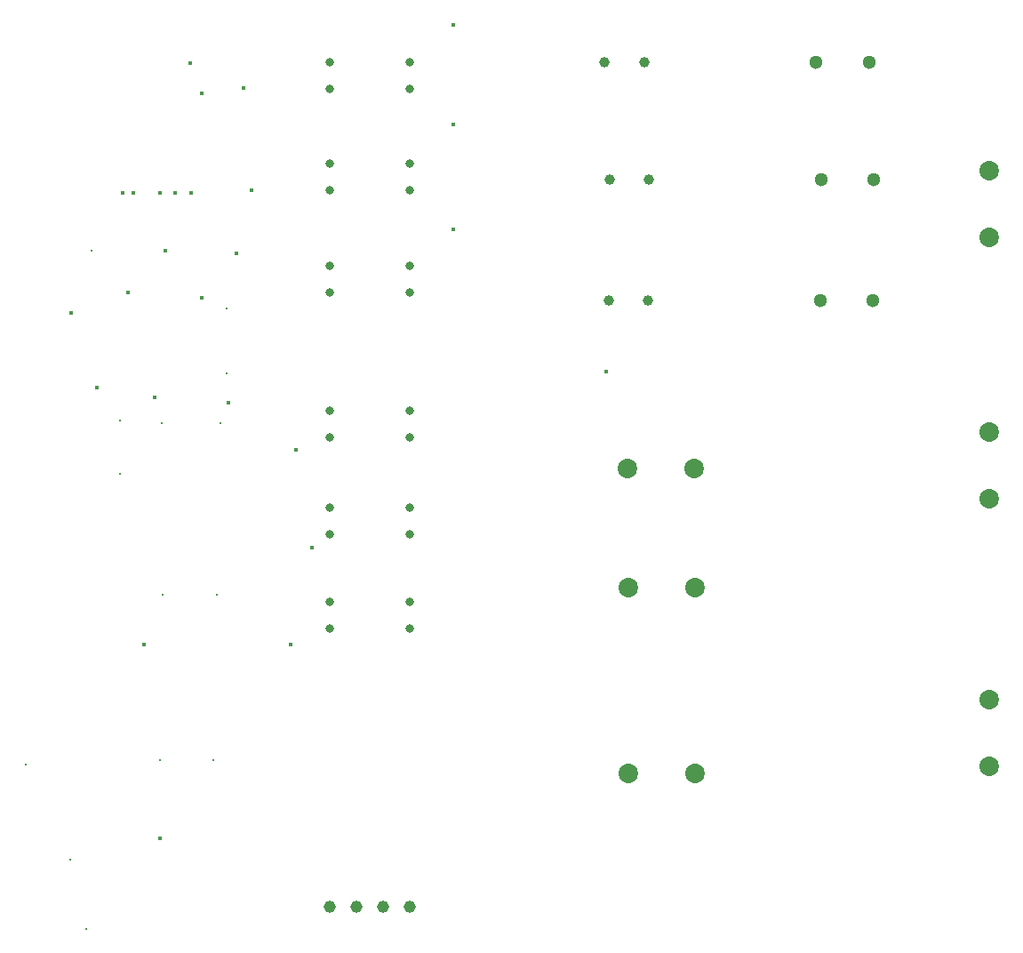
<source format=gbr>
%TF.GenerationSoftware,KiCad,Pcbnew,9.0.0*%
%TF.CreationDate,2025-04-14T20:03:46-05:00*%
%TF.ProjectId,Fault Latch 2,4661756c-7420-44c6-9174-636820322e6b,rev?*%
%TF.SameCoordinates,Original*%
%TF.FileFunction,Plated,1,2,PTH,Drill*%
%TF.FilePolarity,Positive*%
%FSLAX46Y46*%
G04 Gerber Fmt 4.6, Leading zero omitted, Abs format (unit mm)*
G04 Created by KiCad (PCBNEW 9.0.0) date 2025-04-14 20:03:46*
%MOMM*%
%LPD*%
G01*
G04 APERTURE LIST*
%TA.AperFunction,ViaDrill*%
%ADD10C,0.300000*%
%TD*%
%TA.AperFunction,ViaDrill*%
%ADD11C,0.400000*%
%TD*%
%TA.AperFunction,ComponentDrill*%
%ADD12C,0.800000*%
%TD*%
%TA.AperFunction,ComponentDrill*%
%ADD13C,1.000000*%
%TD*%
%TA.AperFunction,ComponentDrill*%
%ADD14C,1.150000*%
%TD*%
%TA.AperFunction,ComponentDrill*%
%ADD15C,1.300000*%
%TD*%
%TA.AperFunction,ComponentDrill*%
%ADD16C,1.860000*%
%TD*%
G04 APERTURE END LIST*
D10*
X77750000Y-126925000D03*
X81950000Y-136000000D03*
X83525000Y-142575000D03*
X84000000Y-78000000D03*
X86750000Y-94150000D03*
X86750000Y-99250000D03*
X90500000Y-126525000D03*
X90725000Y-94400000D03*
X90775000Y-110750000D03*
X95600000Y-126525000D03*
X95975000Y-110750000D03*
X96275000Y-94400000D03*
X96850000Y-83525000D03*
X96850000Y-89700000D03*
D11*
X82035000Y-83965000D03*
X84500000Y-91000000D03*
X87000000Y-72500000D03*
X87500000Y-82000000D03*
X88000000Y-72500000D03*
X89000000Y-115500000D03*
X90000000Y-92000000D03*
X90500000Y-72500000D03*
X90500000Y-134000000D03*
X91000000Y-78000000D03*
X92000000Y-72500000D03*
X93405000Y-60095000D03*
X93500000Y-72500000D03*
X94500000Y-63000000D03*
X94500000Y-82500000D03*
X97000000Y-92500000D03*
X97780000Y-78260000D03*
X98450000Y-62500000D03*
X99275000Y-72225000D03*
X103000000Y-115500000D03*
X103500000Y-97000000D03*
X105000000Y-106250000D03*
X118500000Y-56500000D03*
X118500000Y-66000000D03*
X118500000Y-76000000D03*
X133000000Y-89500000D03*
D12*
%TO.C,U114*%
X106685000Y-93210000D03*
X106685000Y-95750000D03*
%TO.C,U116*%
X106685000Y-102485000D03*
X106685000Y-105025000D03*
%TO.C,U115*%
X106685000Y-111485000D03*
X106685000Y-114025000D03*
%TO.C,U107*%
X106695000Y-60075000D03*
X106695000Y-62615000D03*
%TO.C,U108*%
X106695000Y-69675000D03*
X106695000Y-72215000D03*
%TO.C,U109*%
X106695000Y-79475000D03*
X106695000Y-82015000D03*
%TO.C,U114*%
X114305000Y-93210000D03*
X114305000Y-95750000D03*
%TO.C,U116*%
X114305000Y-102485000D03*
X114305000Y-105025000D03*
%TO.C,U115*%
X114305000Y-111485000D03*
X114305000Y-114025000D03*
%TO.C,U107*%
X114315000Y-60075000D03*
X114315000Y-62615000D03*
%TO.C,U108*%
X114315000Y-69675000D03*
X114315000Y-72215000D03*
%TO.C,U109*%
X114315000Y-79475000D03*
X114315000Y-82015000D03*
D13*
%TO.C,K101*%
X132872500Y-60047500D03*
%TO.C,K103*%
X133240000Y-82750000D03*
%TO.C,K102*%
X133340000Y-71250000D03*
%TO.C,K101*%
X136652500Y-60047500D03*
%TO.C,K103*%
X137020000Y-82750000D03*
%TO.C,K102*%
X137120000Y-71250000D03*
D14*
%TO.C,PS101*%
X106690000Y-140500000D03*
X109230000Y-140500000D03*
X111770000Y-140500000D03*
X114310000Y-140500000D03*
D15*
%TO.C,K101*%
X153032500Y-60047500D03*
%TO.C,K103*%
X153400000Y-82750000D03*
%TO.C,K102*%
X153500000Y-71250000D03*
%TO.C,K101*%
X158072500Y-60047500D03*
%TO.C,K103*%
X158440000Y-82750000D03*
%TO.C,K102*%
X158540000Y-71250000D03*
D16*
%TO.C,U101*%
X135037500Y-98750000D03*
%TO.C,U113*%
X135145563Y-127818634D03*
%TO.C,U105*%
X135150000Y-110115000D03*
%TO.C,U101*%
X141387500Y-98750000D03*
%TO.C,U113*%
X141495563Y-127818634D03*
%TO.C,U105*%
X141500000Y-110115000D03*
%TO.C,U110*%
X169500000Y-70400000D03*
X169500000Y-76750000D03*
%TO.C,U111*%
X169500000Y-95287500D03*
X169500000Y-101637500D03*
%TO.C,U112*%
X169500000Y-120750000D03*
X169500000Y-127100000D03*
M02*

</source>
